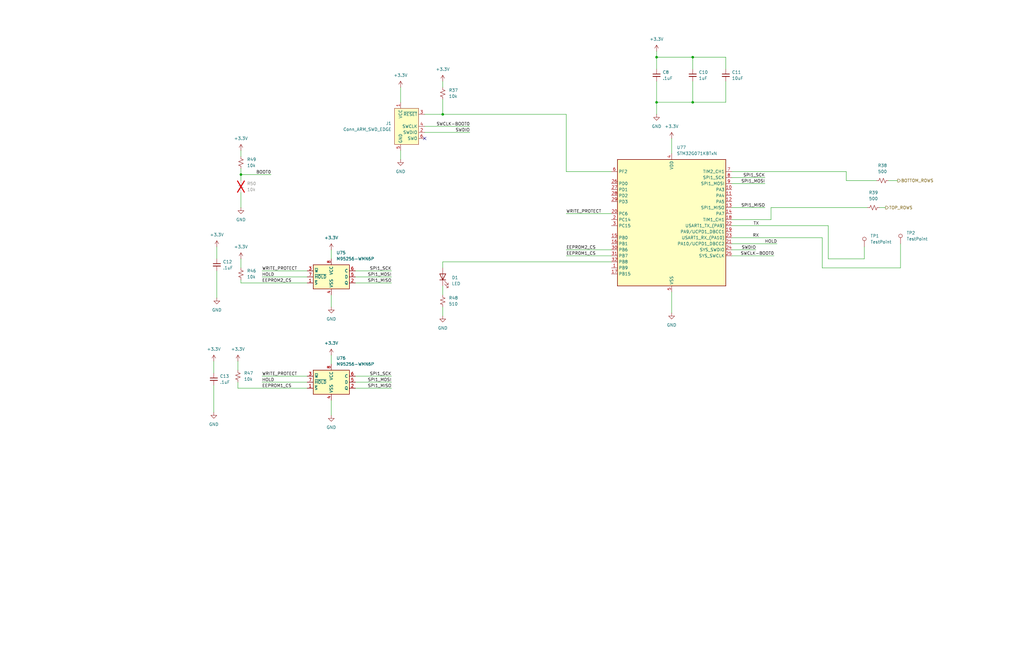
<source format=kicad_sch>
(kicad_sch (version 20250114) (generator "eeschema") (generator_version "9.0")
  (paper "USLedger")
  (lib_symbols
    (symbol "Connector:TestPoint" (pin_numbers (hide yes)) (pin_names (offset 0.762) (hide yes))
      (property "Reference" "TP" (at 0 6.858 0))
      (property "Value" "TestPoint" (at 0 5.08 0))
      (symbol "TestPoint_0_1"
        (circle (center 0 3.302) (radius 0.762))
      )
      (symbol "TestPoint_1_1"
        (pin passive line (at 0 0 90) (length 2.54) (name "1") (number "1"))
      )
    )
    (symbol "Device:C_Small" (pin_numbers (hide yes)) (pin_names (offset 0.254) (hide yes))
      (property "Reference" "C" (at 0.254 1.778 0))
      (property "Value" "C_Small" (at 0.254 -2.032 0))
      (symbol "C_Small_0_1"
        (polyline (pts (xy -1.524 0.508) (xy 1.524 0.508)) (stroke (width 0.3048)))
        (polyline (pts (xy -1.524 -0.508) (xy 1.524 -0.508)) (stroke (width 0.3302)))
      )
      (symbol "C_Small_1_1"
        (pin passive line (at 0 2.54 270) (length 2.032) (name "~") (number "1"))
        (pin passive line (at 0 -2.54 90) (length 2.032) (name "~") (number "2"))
      )
    )
    (symbol "Device:LED" (pin_numbers (hide yes)) (pin_names (offset 1.016) (hide yes))
      (property "Reference" "D" (at 0 2.54 0))
      (property "Value" "LED" (at 0 -2.54 0))
      (symbol "LED_0_1"
        (polyline (pts (xy -3.048 -0.762) (xy -4.572 -2.286) (xy -3.81 -2.286) (xy -4.572 -2.286) (xy -4.572 -1.524)))
        (polyline (pts (xy -1.778 -0.762) (xy -3.302 -2.286) (xy -2.54 -2.286) (xy -3.302 -2.286) (xy -3.302 -1.524)))
        (polyline (pts (xy -1.27 0) (xy 1.27 0)))
        (polyline (pts (xy -1.27 -1.27) (xy -1.27 1.27)) (stroke (width 0.254)))
        (polyline (pts (xy 1.27 -1.27) (xy 1.27 1.27) (xy -1.27 0) (xy 1.27 -1.27)) (stroke (width 0.254)))
      )
      (symbol "LED_1_1"
        (pin passive line (at -3.81 0 0) (length 2.54) (name "K") (number "1"))
        (pin passive line (at 3.81 0 180) (length 2.54) (name "A") (number "2"))
      )
    )
    (symbol "Device:R_Small_US" (pin_numbers (hide yes)) (pin_names (offset 0.254) (hide yes))
      (property "Reference" "R" (at 0.762 0.508 0))
      (property "Value" "R_Small_US" (at 0.762 -1.016 0))
      (symbol "R_Small_US_1_1"
        (polyline (pts (xy 0 1.524) (xy 1.016 1.143) (xy 0 0.762) (xy -1.016 0.381) (xy 0 0)))
        (polyline (pts (xy 0 0) (xy 1.016 -0.381) (xy 0 -0.762) (xy -1.016 -1.143) (xy 0 -1.524)))
        (pin passive line (at 0 2.54 270) (length 1.016) (name "~") (number "1"))
        (pin passive line (at 0 -2.54 90) (length 1.016) (name "~") (number "2"))
      )
    )
    (symbol "LED_circles_library:Conn_ARM_SWD_EDGE" (in_bom no)
      (property "Reference" "J" (at 2.54 11.43 0))
      (property "Value" "Conn_ARM_SWD_EDGE" (at 5.08 8.89 0))
      (symbol "Conn_ARM_SWD_EDGE_0_0"
        (pin power_in line (at -2.54 10.16 270) (length 2.54) (name "VCC") (number "1"))
        (pin power_in line (at -2.54 -10.16 90) (length 2.54) (name "GND") (number "5"))
        (pin open_collector line (at 7.62 5.08 180) (length 2.54) (name "~{RESET}") (number "3"))
        (pin output line (at 7.62 0 180) (length 2.54) (name "SWCLK") (number "4"))
        (pin bidirectional line (at 7.62 -2.54 180) (length 2.54) (name "SWDIO") (number "2"))
        (pin input line (at 7.62 -5.08 180) (length 2.54) (name "SWO") (number "6"))
      )
      (symbol "Conn_ARM_SWD_EDGE_0_1"
        (rectangle (start -5.08 7.62) (end 5.08 -7.62) (fill (type background)))
      )
    )
    (symbol "MCU_ST_STM32G0:STM32G071KBTxN"
      (property "Reference" "U" (at -22.86 29.21 0))
      (property "Value" "STM32G071KBTxN" (at 2.54 29.21 0))
      (symbol "STM32G071KBTxN_0_1"
        (rectangle (start -22.86 -25.4) (end 22.86 27.94) (stroke (width 0.254)) (fill (type background)))
      )
      (symbol "STM32G071KBTxN_1_1"
        (pin bidirectional line (at -25.4 22.86 0) (length 2.54) (name "PF2") (number "6"))
        (pin bidirectional line (at -25.4 17.78 0) (length 2.54) (name "PD0") (number "26"))
        (pin bidirectional line (at -25.4 15.24 0) (length 2.54) (name "PD1") (number "27"))
        (pin bidirectional line (at -25.4 12.7 0) (length 2.54) (name "PD2") (number "28"))
        (pin bidirectional line (at -25.4 10.16 0) (length 2.54) (name "PD3") (number "29"))
        (pin bidirectional line (at -25.4 5.08 0) (length 2.54) (name "PC6") (number "20"))
        (pin bidirectional line (at -25.4 2.54 0) (length 2.54) (name "PC14") (number "2"))
        (pin bidirectional line (at -25.4 0 0) (length 2.54) (name "PC15") (number "3"))
        (pin bidirectional line (at -25.4 -5.08 0) (length 2.54) (name "PB0") (number "15"))
        (pin bidirectional line (at -25.4 -7.62 0) (length 2.54) (name "PB1") (number "16"))
        (pin bidirectional line (at -25.4 -10.16 0) (length 2.54) (name "PB6") (number "30"))
        (pin bidirectional line (at -25.4 -12.7 0) (length 2.54) (name "PB7") (number "31"))
        (pin bidirectional line (at -25.4 -15.24 0) (length 2.54) (name "PB8") (number "32"))
        (pin bidirectional line (at -25.4 -17.78 0) (length 2.54) (name "PB9") (number "1"))
        (pin bidirectional line (at -25.4 -20.32 0) (length 2.54) (name "PB15") (number "17"))
        (pin power_in line (at 0 30.48 270) (length 2.54) (name "VDD") (number "4"))
        (pin power_in line (at 0 -27.94 90) (length 2.54) (name "VSS") (number "5"))
        (pin bidirectional line (at 25.4 22.86 180) (length 2.54) (name "PA0") (number "7") (alternate "TIM2_CH1" bidirectional line))
        (pin bidirectional line (at 25.4 20.32 180) (length 2.54) (name "PA1") (number "8") (alternate "SPI1_SCK" bidirectional line))
        (pin bidirectional line (at 25.4 17.78 180) (length 2.54) (name "PA2") (number "9") (alternate "SPI1_MOSI" bidirectional line))
        (pin bidirectional line (at 25.4 15.24 180) (length 2.54) (name "PA3") (number "10"))
        (pin bidirectional line (at 25.4 12.7 180) (length 2.54) (name "PA4") (number "11"))
        (pin bidirectional line (at 25.4 10.16 180) (length 2.54) (name "PA5") (number "12") (alternate "SPI1_SCK" bidirectional line) (alternate "TIM2_CH1" bidirectional line))
        (pin bidirectional line (at 25.4 7.62 180) (length 2.54) (name "PA6") (number "13") (alternate "SPI1_MISO" bidirectional line))
        (pin bidirectional line (at 25.4 5.08 180) (length 2.54) (name "PA7") (number "14") (alternate "SPI1_MOSI" bidirectional line))
        (pin bidirectional line (at 25.4 2.54 180) (length 2.54) (name "PA8") (number "18") (alternate "TIM1_CH1" bidirectional line))
        (pin bidirectional line (at 25.4 0 180) (length 2.54) (name "PA9/PA11") (number "22") (alternate "USART1_TX (PA9)" bidirectional line))
        (pin bidirectional line (at 25.4 -2.54 180) (length 2.54) (name "PA9/UCPD1_DBCC1") (number "19") (alternate "USART1_TX (PA9)" bidirectional line))
        (pin bidirectional line (at 25.4 -5.08 180) (length 2.54) (name "PA10/PA12") (number "23") (alternate "USART1_RX (PA10)" bidirectional line))
        (pin bidirectional line (at 25.4 -7.62 180) (length 2.54) (name "PA10/UCPD1_DBCC2") (number "21") (alternate "USART1_RX (PA10)" bidirectional line))
        (pin bidirectional line (at 25.4 -10.16 180) (length 2.54) (name "PA13") (number "24") (alternate "SYS_SWDIO" bidirectional line))
        (pin bidirectional line (at 25.4 -12.7 180) (length 2.54) (name "PA14") (number "25") (alternate "SYS_SWCLK" bidirectional line))
      )
    )
    (symbol "Memory_EEPROM:M95256-WMN6P"
      (property "Reference" "U" (at -7.62 6.35 0))
      (property "Value" "M95256-WMN6P" (at 2.54 -6.35 0))
      (symbol "M95256-WMN6P_1_1"
        (rectangle (start -7.62 5.08) (end 7.62 -5.08) (stroke (width 0.254)) (fill (type background)))
        (pin input line (at -10.16 2.54 0) (length 2.54) (name "~{W}") (number "3"))
        (pin input line (at -10.16 0 0) (length 2.54) (name "~{HOLD}") (number "7"))
        (pin input line (at -10.16 -2.54 0) (length 2.54) (name "~{S}") (number "1"))
        (pin power_in line (at 0 7.62 270) (length 2.54) (name "VCC") (number "8"))
        (pin power_in line (at 0 -7.62 90) (length 2.54) (name "VSS") (number "4"))
        (pin input line (at 10.16 2.54 180) (length 2.54) (name "C") (number "6"))
        (pin input line (at 10.16 0 180) (length 2.54) (name "D") (number "5"))
        (pin output line (at 10.16 -2.54 180) (length 2.54) (name "Q") (number "2"))
      )
    )
    (symbol "power:+3.3V" (power) (pin_numbers (hide yes)) (pin_names (offset 0) (hide yes))
      (property "Value" "+3.3V" (at 0 3.556 0))
      (symbol "+3.3V_0_1"
        (polyline (pts (xy -0.762 1.27) (xy 0 2.54)))
        (polyline (pts (xy 0 2.54) (xy 0.762 1.27)))
        (polyline (pts (xy 0 0) (xy 0 2.54)))
      )
      (symbol "+3.3V_1_1"
        (pin power_in line (at 0 0 90) (length 0) (name "~") (number "1"))
      )
    )
    (symbol "power:GND" (power) (pin_numbers (hide yes)) (pin_names (offset 0) (hide yes))
      (property "Value" "GND" (at 0 -3.81 0))
      (symbol "GND_0_1"
        (polyline (pts (xy 0 0) (xy 0 -1.27) (xy 1.27 -1.27) (xy 0 -2.54) (xy -1.27 -1.27) (xy 0 -1.27)))
      )
      (symbol "GND_1_1"
        (pin power_in line (at 0 0 270) (length 0) (name "~") (number "1"))
      )
    )
  )
  (junction (at 276.86 43.18))
  (junction (at 292.1 43.18))
  (junction (at 276.86 24.13))
  (junction (at 101.6 73.66))
  (junction (at 186.69 48.26))
  (junction (at 292.1 24.13))
  (no_connect (at 179.07 58.42))
  (wire (pts (xy 276.86 43.18) (xy 276.86 48.26)))
  (wire (pts (xy 374.65 76.2) (xy 378.46 76.2)))
  (wire (pts (xy 149.86 161.29) (xy 165.1 161.29)))
  (wire (pts (xy 129.54 158.75) (xy 110.49 158.75)))
  (wire (pts (xy 308.61 72.39) (xy 356.87 72.39)))
  (wire (pts (xy 101.6 109.22) (xy 101.6 113.03)))
  (wire (pts (xy 349.25 95.25) (xy 349.25 109.22)))
  (wire (pts (xy 276.86 43.18) (xy 292.1 43.18)))
  (wire (pts (xy 149.86 116.84) (xy 165.1 116.84)))
  (wire (pts (xy 129.54 114.3) (xy 110.49 114.3)))
  (wire (pts (xy 325.12 87.63) (xy 365.76 87.63)))
  (wire (pts (xy 292.1 24.13) (xy 292.1 29.21)))
  (wire (pts (xy 283.21 123.19) (xy 283.21 132.08)))
  (wire (pts (xy 308.61 95.25) (xy 349.25 95.25)))
  (wire (pts (xy 379.73 113.03) (xy 379.73 102.87)))
  (wire (pts (xy 149.86 163.83) (xy 165.1 163.83)))
  (wire (pts (xy 325.12 92.71) (xy 308.61 92.71)))
  (wire (pts (xy 101.6 119.38) (xy 101.6 118.11)))
  (wire (pts (xy 283.21 58.42) (xy 283.21 64.77)))
  (wire (pts (xy 308.61 100.33) (xy 346.71 100.33)))
  (wire (pts (xy 186.69 48.26) (xy 238.76 48.26)))
  (wire (pts (xy 101.6 63.5) (xy 101.6 66.04)))
  (wire (pts (xy 139.7 124.46) (xy 139.7 129.54)))
  (wire (pts (xy 238.76 72.39) (xy 257.81 72.39)))
  (wire (pts (xy 325.12 87.63) (xy 325.12 92.71)))
  (wire (pts (xy 198.12 53.34) (xy 179.07 53.34)))
  (wire (pts (xy 346.71 100.33) (xy 346.71 113.03)))
  (wire (pts (xy 186.69 34.29) (xy 186.69 36.83)))
  (wire (pts (xy 292.1 24.13) (xy 306.07 24.13)))
  (wire (pts (xy 139.7 168.91) (xy 139.7 175.26)))
  (wire (pts (xy 238.76 107.95) (xy 257.81 107.95)))
  (wire (pts (xy 90.17 162.56) (xy 90.17 173.99)))
  (wire (pts (xy 186.69 113.03) (xy 186.69 110.49)))
  (wire (pts (xy 276.86 34.29) (xy 276.86 43.18)))
  (wire (pts (xy 370.84 87.63) (xy 373.38 87.63)))
  (wire (pts (xy 322.58 77.47) (xy 308.61 77.47)))
  (wire (pts (xy 101.6 119.38) (xy 129.54 119.38)))
  (wire (pts (xy 101.6 73.66) (xy 114.3 73.66)))
  (wire (pts (xy 186.69 48.26) (xy 179.07 48.26)))
  (wire (pts (xy 257.81 90.17) (xy 238.76 90.17)))
  (wire (pts (xy 356.87 76.2) (xy 369.57 76.2)))
  (wire (pts (xy 346.71 113.03) (xy 379.73 113.03)))
  (wire (pts (xy 308.61 87.63) (xy 322.58 87.63)))
  (wire (pts (xy 308.61 107.95) (xy 326.39 107.95)))
  (wire (pts (xy 292.1 43.18) (xy 306.07 43.18)))
  (wire (pts (xy 100.33 163.83) (xy 129.54 163.83)))
  (wire (pts (xy 308.61 105.41) (xy 318.77 105.41)))
  (wire (pts (xy 186.69 120.65) (xy 186.69 124.46)))
  (wire (pts (xy 306.07 29.21) (xy 306.07 24.13)))
  (wire (pts (xy 186.69 129.54) (xy 186.69 133.35)))
  (wire (pts (xy 306.07 43.18) (xy 306.07 34.29)))
  (wire (pts (xy 356.87 72.39) (xy 356.87 76.2)))
  (wire (pts (xy 110.49 161.29) (xy 129.54 161.29)))
  (wire (pts (xy 327.66 102.87) (xy 308.61 102.87)))
  (wire (pts (xy 168.91 63.5) (xy 168.91 67.31)))
  (wire (pts (xy 101.6 73.66) (xy 101.6 76.2)))
  (wire (pts (xy 238.76 105.41) (xy 257.81 105.41)))
  (wire (pts (xy 139.7 105.41) (xy 139.7 109.22)))
  (wire (pts (xy 186.69 41.91) (xy 186.69 48.26)))
  (wire (pts (xy 100.33 163.83) (xy 100.33 161.29)))
  (wire (pts (xy 349.25 109.22) (xy 364.49 109.22)))
  (wire (pts (xy 276.86 21.59) (xy 276.86 24.13)))
  (wire (pts (xy 198.12 55.88) (xy 179.07 55.88)))
  (wire (pts (xy 90.17 152.4) (xy 90.17 157.48)))
  (wire (pts (xy 91.44 114.3) (xy 91.44 125.73)))
  (wire (pts (xy 149.86 158.75) (xy 165.1 158.75)))
  (wire (pts (xy 101.6 71.12) (xy 101.6 73.66)))
  (wire (pts (xy 110.49 116.84) (xy 129.54 116.84)))
  (wire (pts (xy 149.86 114.3) (xy 165.1 114.3)))
  (wire (pts (xy 276.86 24.13) (xy 276.86 29.21)))
  (wire (pts (xy 292.1 34.29) (xy 292.1 43.18)))
  (wire (pts (xy 101.6 81.28) (xy 101.6 87.63)))
  (wire (pts (xy 276.86 24.13) (xy 292.1 24.13)))
  (wire (pts (xy 91.44 104.14) (xy 91.44 109.22)))
  (wire (pts (xy 364.49 109.22) (xy 364.49 104.14)))
  (wire (pts (xy 139.7 149.86) (xy 139.7 153.67)))
  (wire (pts (xy 100.33 152.4) (xy 100.33 156.21)))
  (wire (pts (xy 186.69 110.49) (xy 257.81 110.49)))
  (wire (pts (xy 238.76 48.26) (xy 238.76 72.39)))
  (wire (pts (xy 149.86 119.38) (xy 165.1 119.38)))
  (wire (pts (xy 168.91 36.83) (xy 168.91 43.18)))
  (wire (pts (xy 322.58 74.93) (xy 308.61 74.93)))
  (label "SWCLK-BOOT0" (at 198.12 53.34 180))
  (label "HOLD" (at 110.49 116.84 0))
  (label "WRITE_PROTECT" (at 238.76 90.17 0))
  (label "EEPROM1_CS" (at 238.76 107.95 0))
  (label "SPI1_SCK" (at 322.58 74.93 180))
  (label "BOOT0" (at 114.3 73.66 180))
  (label "SPI1_MISO" (at 322.58 87.63 180))
  (label "SWCLK-BOOT0" (at 326.39 107.95 180))
  (label "SPI1_MISO" (at 165.1 163.83 180))
  (label "HOLD" (at 110.49 161.29 0))
  (label "SPI1_MOSI" (at 322.58 77.47 180))
  (label "EEPROM1_CS" (at 110.49 163.83 0))
  (label "RX" (at 320.04 100.33 180))
  (label "SWDIO" (at 318.77 105.41 180))
  (label "EEPROM2_CS" (at 238.76 105.41 0))
  (label "WRITE_PROTECT" (at 110.49 114.3 0))
  (label "SWDIO" (at 198.12 55.88 180))
  (label "TX" (at 320.04 95.25 180))
  (label "HOLD" (at 327.66 102.87 180))
  (label "SPI1_MOSI" (at 165.1 116.84 180))
  (label "SPI1_MOSI" (at 165.1 161.29 180))
  (label "SPI1_SCK" (at 165.1 114.3 180))
  (label "WRITE_PROTECT" (at 110.49 158.75 0))
  (label "EEPROM2_CS" (at 110.49 119.38 0))
  (label "SPI1_SCK" (at 165.1 158.75 180))
  (label "SPI1_MISO" (at 165.1 119.38 180))
  (hierarchical_label "TOP_ROWS" (shape output) (at 373.38 87.63 0))
  (hierarchical_label "BOTTOM_ROWS" (shape output) (at 378.46 76.2 0))
  (symbol (lib_id "power:+3.3V") (at 101.6 109.22 0) (unit 1)
    (property "Reference" "#PWR0183" (effects (hide yes)))
    (property "Value" "+3.3V" (at 101.6 104.14 0))
    (property "Description" "Power symbol creates a global label with name \"+3.3V\"" (effects (hide yes)))
  )
  (symbol (lib_id "Connector:TestPoint") (at 379.73 102.87 0) (unit 1)
    (property "Reference" "TP2" (at 382.27 98.2979 0) (effects (justify left)))
    (property "Value" "TestPoint" (at 382.27 100.8379 0) (effects (justify left)))
    (property "Footprint" "TestPoint:TestPoint_Pad_3.0x3.0mm" (effects (hide yes)))
    (property "Description" "test point" (effects (hide yes)))
  )
  (symbol (lib_id "Device:R_Small_US") (at 372.11 76.2 90) (unit 1)
    (property "Reference" "R38" (at 372.11 69.85 90))
    (property "Value" "500" (at 372.11 72.39 90))
    (property "Footprint" "Resistor_SMD:R_0805_2012Metric" (effects (hide yes)))
    (property "Description" "Resistor, small US symbol" (effects (hide yes)))
  )
  (symbol (lib_id "power:+3.3V") (at 139.7 149.86 0) (unit 1)
    (property "Reference" "#PWR0182" (effects (hide yes)))
    (property "Value" "+3.3V" (at 139.7 144.78 0))
    (property "Description" "Power symbol creates a global label with name \"+3.3V\"" (effects (hide yes)))
  )
  (symbol (lib_id "power:+3.3V") (at 276.86 21.59 0) (unit 1)
    (property "Reference" "#PWR0178" (effects (hide yes)))
    (property "Value" "+3.3V" (at 276.86 16.51 0))
    (property "Description" "Power symbol creates a global label with name \"+3.3V\"" (effects (hide yes)))
  )
  (symbol (lib_id "Device:C_Small") (at 90.17 160.02 0) (unit 1)
    (property "Reference" "C13" (at 92.71 158.7562 0) (effects (justify left)))
    (property "Value" ".1uF" (at 92.71 161.2962 0) (effects (justify left)))
    (property "Footprint" "Capacitor_SMD:C_0805_2012Metric" (effects (hide yes)))
    (property "Description" "Unpolarized capacitor, small symbol" (effects (hide yes)))
  )
  (symbol (lib_id "power:GND") (at 91.44 125.73 0) (unit 1)
    (property "Reference" "#PWR0190" (effects (hide yes)))
    (property "Value" "GND" (at 91.44 130.81 0))
    (property "Description" "Power symbol creates a global label with name \"GND\" , ground" (effects (hide yes)))
  )
  (symbol (lib_id "Device:R_Small_US") (at 101.6 78.74 0) (unit 1) (dnp yes)
    (property "Reference" "R50" (at 104.14 77.4699 0) (effects (justify left)))
    (property "Value" "10k" (at 104.14 80.0099 0) (effects (justify left)))
    (property "Footprint" "Resistor_SMD:R_0805_2012Metric" (effects (hide yes)))
    (property "Description" "Resistor, small US symbol" (effects (hide yes)))
  )
  (symbol (lib_id "Device:R_Small_US") (at 100.33 158.75 0) (unit 1)
    (property "Reference" "R47" (at 102.87 157.4799 0) (effects (justify left)))
    (property "Value" "10k" (at 102.87 160.0199 0) (effects (justify left)))
    (property "Footprint" "Resistor_SMD:R_0805_2012Metric" (effects (hide yes)))
    (property "Description" "Resistor, small US symbol" (effects (hide yes)))
  )
  (symbol (lib_id "power:+3.3V") (at 101.6 63.5 0) (unit 1)
    (property "Reference" "#PWR0186" (effects (hide yes)))
    (property "Value" "+3.3V" (at 101.6 58.42 0))
    (property "Description" "Power symbol creates a global label with name \"+3.3V\"" (effects (hide yes)))
  )
  (symbol (lib_id "power:GND") (at 139.7 175.26 0) (unit 1)
    (property "Reference" "#PWR0179" (effects (hide yes)))
    (property "Value" "GND" (at 139.7 180.34 0))
    (property "Description" "Power symbol creates a global label with name \"GND\" , ground" (effects (hide yes)))
  )
  (symbol (lib_id "Memory_EEPROM:M95256-WMN6P") (at 139.7 161.29 0) (unit 1)
    (property "Reference" "U76" (at 141.8433 151.13 0) (effects (justify left)))
    (property "Value" "M95256-WMN6P" (at 141.8433 153.67 0) (effects (justify left)))
    (property "Footprint" "Package_SO:SOIC-8_3.9x4.9mm_P1.27mm" (effects (hide yes)))
    (property "Datasheet" "http://www.st.com/content/ccc/resource/technical/document/datasheet/9d/75/f0/3e/76/00/4c/0b/CD00103810.pdf/files/CD00103810.pdf/jcr:content/translations/en.CD00103810.pdf" (effects (hide yes)))
    (property "Description" "SPI EEPROM, 256Kb (32K x 8), No Identification Page, 2.5 to 5.5V, SO8" (effects (hide yes)))
  )
  (symbol (lib_id "Device:R_Small_US") (at 186.69 39.37 0) (unit 1)
    (property "Reference" "R37" (at 189.23 38.0999 0) (effects (justify left)))
    (property "Value" "10k" (at 189.23 40.6399 0) (effects (justify left)))
    (property "Footprint" "Resistor_SMD:R_0805_2012Metric" (effects (hide yes)))
    (property "Description" "Resistor, small US symbol" (effects (hide yes)))
  )
  (symbol (lib_id "Connector:TestPoint") (at 364.49 104.14 0) (unit 1)
    (property "Reference" "TP1" (at 367.03 99.5679 0) (effects (justify left)))
    (property "Value" "TestPoint" (at 367.03 102.1079 0) (effects (justify left)))
    (property "Footprint" "TestPoint:TestPoint_Pad_3.0x3.0mm" (effects (hide yes)))
    (property "Description" "test point" (effects (hide yes)))
  )
  (symbol (lib_id "Memory_EEPROM:M95256-WMN6P") (at 139.7 116.84 0) (unit 1)
    (property "Reference" "U75" (at 141.8433 106.68 0) (effects (justify left)))
    (property "Value" "M95256-WMN6P" (at 141.8433 109.22 0) (effects (justify left)))
    (property "Footprint" "Package_SO:SOIC-8_3.9x4.9mm_P1.27mm" (effects (hide yes)))
    (property "Datasheet" "http://www.st.com/content/ccc/resource/technical/document/datasheet/9d/75/f0/3e/76/00/4c/0b/CD00103810.pdf/files/CD00103810.pdf/jcr:content/translations/en.CD00103810.pdf" (effects (hide yes)))
    (property "Description" "SPI EEPROM, 256Kb (32K x 8), No Identification Page, 2.5 to 5.5V, SO8" (effects (hide yes)))
  )
  (symbol (lib_id "power:+3.3V") (at 168.91 36.83 0) (unit 1)
    (property "Reference" "#PWR0160" (effects (hide yes)))
    (property "Value" "+3.3V" (at 168.91 31.75 0))
    (property "Description" "Power symbol creates a global label with name \"+3.3V\"" (effects (hide yes)))
  )
  (symbol (lib_id "LED_circles_library:Conn_ARM_SWD_EDGE") (at 171.45 53.34 0) (unit 1) (in_bom no)
    (property "Reference" "J1" (at 165.1 52.0699 0) (effects (justify right)))
    (property "Value" "Conn_ARM_SWD_EDGE" (at 165.1 54.6099 0) (effects (justify right)))
    (property "Footprint" "LED_circles_footprints:ARM_SWD_EDGE" (effects (hide yes)))
    (property "Datasheet" "https://www.tag-connect.com/wp-content/uploads/bsk-pdf-manager/TC2030-CTX_1.pdf" (effects (hide yes)))
    (property "Description" "ARM Cortex SWD JTAG connector, 6 pin" (effects (hide yes)))
  )
  (symbol (lib_id "Device:R_Small_US") (at 101.6 115.57 0) (unit 1)
    (property "Reference" "R46" (at 104.14 114.2999 0) (effects (justify left)))
    (property "Value" "10k" (at 104.14 116.8399 0) (effects (justify left)))
    (property "Footprint" "Resistor_SMD:R_0805_2012Metric" (effects (hide yes)))
    (property "Description" "Resistor, small US symbol" (effects (hide yes)))
  )
  (symbol (lib_id "MCU_ST_STM32G0:STM32G071KBTxN") (at 283.21 95.25 0) (unit 1)
    (property "Reference" "U77" (at 285.3533 62.23 0) (effects (justify left)))
    (property "Value" "STM32G071KBTxN" (at 285.3533 64.77 0) (effects (justify left)))
    (property "Footprint" "Package_QFP:LQFP-32_7x7mm_P0.8mm" (effects (hide yes)))
    (property "Datasheet" "https://www.st.com/resource/en/datasheet/stm32g071kb.pdf" (effects (hide yes)))
    (property "Description" "STMicroelectronics Arm Cortex-M0+ MCU, 128KB flash, 36KB RAM, 64 MHz, 1.7-3.6V, 30 GPIO, LQFP32" (effects (hide yes)))
    (pin "25" (alternate "SYS_SWCLK"))
    (pin "24" (alternate "SYS_SWDIO"))
    (pin "23" (alternate "USART1_RX (PA10)"))
    (pin "22" (alternate "USART1_TX (PA9)"))
    (pin "13" (alternate "SPI1_MISO"))
    (pin "18" (alternate "TIM1_CH1"))
    (pin "7" (alternate "TIM2_CH1"))
    (pin "9" (alternate "SPI1_MOSI"))
    (pin "8" (alternate "SPI1_SCK"))
  )
  (symbol (lib_id "Device:C_Small") (at 276.86 31.75 0) (unit 1)
    (property "Reference" "C8" (at 279.4 30.4862 0) (effects (justify left)))
    (property "Value" ".1uF" (at 279.4 33.0262 0) (effects (justify left)))
    (property "Footprint" "Capacitor_SMD:C_0805_2012Metric" (effects (hide yes)))
    (property "Description" "Unpolarized capacitor, small symbol" (effects (hide yes)))
  )
  (symbol (lib_id "Device:R_Small_US") (at 101.6 68.58 0) (unit 1)
    (property "Reference" "R49" (at 104.14 67.3099 0) (effects (justify left)))
    (property "Value" "10k" (at 104.14 69.8499 0) (effects (justify left)))
    (property "Footprint" "Resistor_SMD:R_0805_2012Metric" (effects (hide yes)))
    (property "Description" "Resistor, small US symbol" (effects (hide yes)))
  )
  (symbol (lib_id "power:+3.3V") (at 186.69 34.29 0) (unit 1)
    (property "Reference" "#PWR0159" (effects (hide yes)))
    (property "Value" "+3.3V" (at 186.69 29.21 0))
    (property "Description" "Power symbol creates a global label with name \"+3.3V\"" (effects (hide yes)))
  )
  (symbol (lib_id "power:GND") (at 186.69 133.35 0) (unit 1)
    (property "Reference" "#PWR0185" (effects (hide yes)))
    (property "Value" "GND" (at 186.69 138.43 0))
    (property "Description" "Power symbol creates a global label with name \"GND\" , ground" (effects (hide yes)))
  )
  (symbol (lib_id "Device:R_Small_US") (at 186.69 127 0) (unit 1)
    (property "Reference" "R48" (at 189.23 125.7299 0) (effects (justify left)))
    (property "Value" "510" (at 189.23 128.2699 0) (effects (justify left)))
    (property "Footprint" "Resistor_SMD:R_0805_2012Metric" (effects (hide yes)))
    (property "Description" "Resistor, small US symbol" (effects (hide yes)))
  )
  (symbol (lib_id "power:GND") (at 90.17 173.99 0) (unit 1)
    (property "Reference" "#PWR0192" (effects (hide yes)))
    (property "Value" "GND" (at 90.17 179.07 0))
    (property "Description" "Power symbol creates a global label with name \"GND\" , ground" (effects (hide yes)))
  )
  (symbol (lib_id "Device:C_Small") (at 91.44 111.76 0) (unit 1)
    (property "Reference" "C12" (at 93.98 110.4962 0) (effects (justify left)))
    (property "Value" ".1uF" (at 93.98 113.0362 0) (effects (justify left)))
    (property "Footprint" "Capacitor_SMD:C_0805_2012Metric" (effects (hide yes)))
    (property "Description" "Unpolarized capacitor, small symbol" (effects (hide yes)))
  )
  (symbol (lib_id "power:+3.3V") (at 100.33 152.4 0) (unit 1)
    (property "Reference" "#PWR0184" (effects (hide yes)))
    (property "Value" "+3.3V" (at 100.33 147.32 0))
    (property "Description" "Power symbol creates a global label with name \"+3.3V\"" (effects (hide yes)))
  )
  (symbol (lib_id "power:GND") (at 168.91 67.31 0) (unit 1)
    (property "Reference" "#PWR0161" (effects (hide yes)))
    (property "Value" "GND" (at 168.91 72.39 0))
    (property "Description" "Power symbol creates a global label with name \"GND\" , ground" (effects (hide yes)))
  )
  (symbol (lib_id "power:+3.3V") (at 283.21 58.42 0) (unit 1)
    (property "Reference" "#PWR0157" (effects (hide yes)))
    (property "Value" "+3.3V" (at 283.21 53.34 0))
    (property "Description" "Power symbol creates a global label with name \"+3.3V\"" (effects (hide yes)))
  )
  (symbol (lib_id "Device:C_Small") (at 306.07 31.75 0) (unit 1)
    (property "Reference" "C11" (at 308.61 30.4862 0) (effects (justify left)))
    (property "Value" "10uF" (at 308.61 33.0262 0) (effects (justify left)))
    (property "Footprint" "Capacitor_SMD:C_0805_2012Metric" (effects (hide yes)))
    (property "Description" "Unpolarized capacitor, small symbol" (effects (hide yes)))
  )
  (symbol (lib_id "power:GND") (at 276.86 48.26 0) (unit 1)
    (property "Reference" "#PWR0162" (effects (hide yes)))
    (property "Value" "GND" (at 276.86 53.34 0))
    (property "Description" "Power symbol creates a global label with name \"GND\" , ground" (effects (hide yes)))
  )
  (symbol (lib_id "power:GND") (at 283.21 132.08 0) (unit 1)
    (property "Reference" "#PWR0158" (effects (hide yes)))
    (property "Value" "GND" (at 283.21 137.16 0))
    (property "Description" "Power symbol creates a global label with name \"GND\" , ground" (effects (hide yes)))
  )
  (symbol (lib_id "Device:R_Small_US") (at 368.3 87.63 90) (unit 1)
    (property "Reference" "R39" (at 368.3 81.28 90))
    (property "Value" "500" (at 368.3 83.82 90))
    (property "Footprint" "Resistor_SMD:R_0805_2012Metric" (effects (hide yes)))
    (property "Description" "Resistor, small US symbol" (effects (hide yes)))
  )
  (symbol (lib_id "power:+3.3V") (at 90.17 152.4 0) (unit 1)
    (property "Reference" "#PWR0191" (effects (hide yes)))
    (property "Value" "+3.3V" (at 90.17 147.32 0))
    (property "Description" "Power symbol creates a global label with name \"+3.3V\"" (effects (hide yes)))
  )
  (symbol (lib_id "power:+3.3V") (at 139.7 105.41 0) (unit 1)
    (property "Reference" "#PWR0181" (effects (hide yes)))
    (property "Value" "+3.3V" (at 139.7 100.33 0))
    (property "Description" "Power symbol creates a global label with name \"+3.3V\"" (effects (hide yes)))
  )
  (symbol (lib_id "power:GND") (at 101.6 87.63 0) (unit 1)
    (property "Reference" "#PWR0187" (effects (hide yes)))
    (property "Value" "GND" (at 101.6 92.71 0))
    (property "Description" "Power symbol creates a global label with name \"GND\" , ground" (effects (hide yes)))
  )
  (symbol (lib_id "power:+3.3V") (at 91.44 104.14 0) (unit 1)
    (property "Reference" "#PWR0189" (effects (hide yes)))
    (property "Value" "+3.3V" (at 91.44 99.06 0))
    (property "Description" "Power symbol creates a global label with name \"+3.3V\"" (effects (hide yes)))
  )
  (symbol (lib_id "Device:LED") (at 186.69 116.84 90) (unit 1)
    (property "Reference" "D1" (at 190.5 117.1574 90) (effects (justify right)))
    (property "Value" "LED" (at 190.5 119.6974 90) (effects (justify right)))
    (property "Footprint" "LED_SMD:LED_0805_2012Metric" (effects (hide yes)))
    (property "Description" "Light emitting diode" (effects (hide yes)))
    (property "Sim.Pins" "1=K 2=A" (effects (hide yes)))
  )
  (symbol (lib_id "Device:C_Small") (at 292.1 31.75 0) (unit 1)
    (property "Reference" "C10" (at 294.64 30.4862 0) (effects (justify left)))
    (property "Value" "1uF" (at 294.64 33.0262 0) (effects (justify left)))
    (property "Footprint" "Capacitor_SMD:C_0805_2012Metric" (effects (hide yes)))
    (property "Description" "Unpolarized capacitor, small symbol" (effects (hide yes)))
  )
  (symbol (lib_id "power:GND") (at 139.7 129.54 0) (unit 1)
    (property "Reference" "#PWR0180" (effects (hide yes)))
    (property "Value" "GND" (at 139.7 134.62 0))
    (property "Description" "Power symbol creates a global label with name \"GND\" , ground" (effects (hide yes)))
  )
)
</source>
